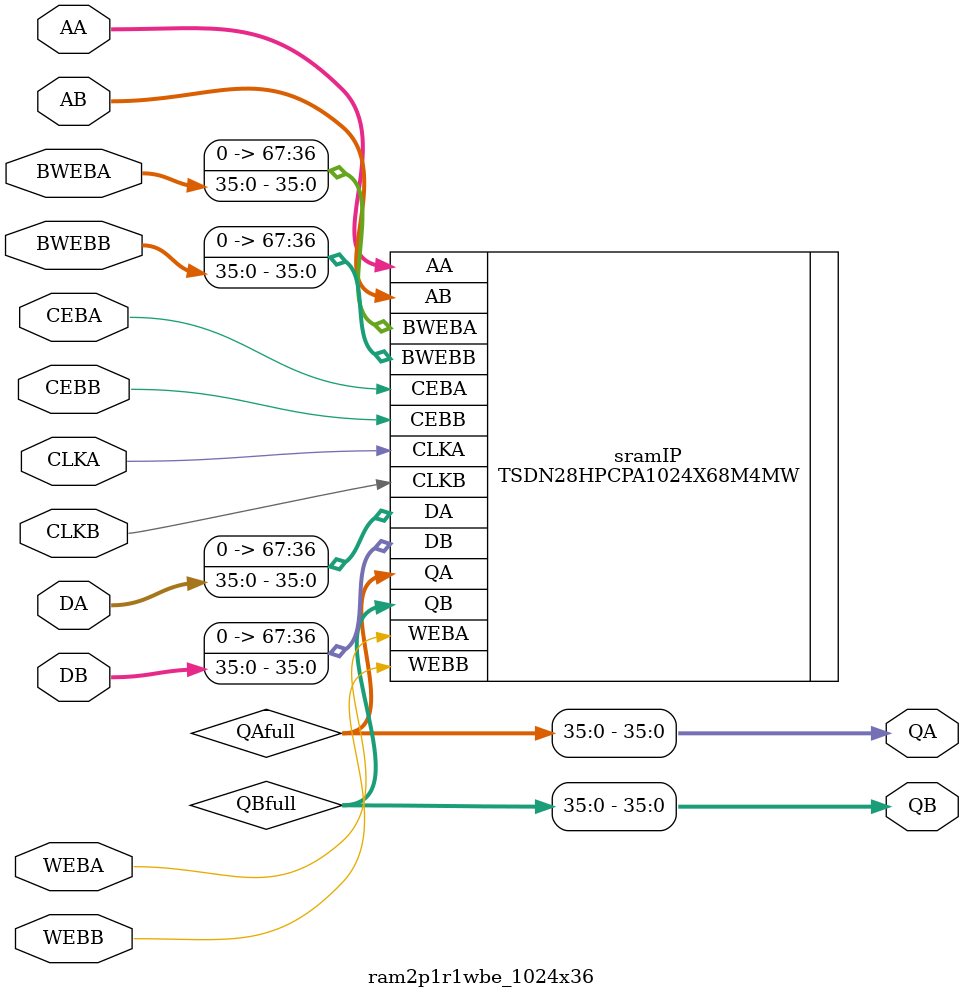
<source format=sv>

module ram2p1r1wbe_1024x36(
  input  logic          CLKA,
  input  logic          CLKB,
  input  logic          CEBA,
  input  logic          CEBB,
  input  logic          WEBA,
  input  logic          WEBB,
  input  logic [9:0]    AA,
  input  logic [9:0]    AB,
  input  logic [35:0]   DA,
  input  logic [35:0]   DB,
  input  logic [35:0]   BWEBA,
  input  logic [35:0]   BWEBB,
  output logic [35:0]   QA,
  output logic [35:0]   QB
);

   // replace "generic1024x36RAM" with "TSDN..1024X36.." module from your memory vendor
   //generic1024x36RAM sramIP (.CLKA, .CLKB, .CEBA, .CEBB, .WEBA, .WEBB,
   //           .AA, .AB, .DA, .DB, .BWEBA, .BWEBB, .QA, .QB);
   // use part of a larger RAM to avoid generating more flavors of RAM
  logic [67:0] QAfull, QBfull;
  TSDN28HPCPA1024X68M4MW sramIP(.CLKA, .CLKB, .CEBA, .CEBB, .WEBA, .WEBB,
    .AA, .AB, .DA({32'b0, DA[35:0]}), .DB({32'b0, DB[35:0]}),
    .BWEBA({32'b0, BWEBA[35:0]}), .BWEBB({32'b0, BWEBB[35:0]}), .QA(QAfull), .QB(QBfull));
  assign QA = QAfull[35:0];
  assign QB = QBfull[35:0];

endmodule

</source>
